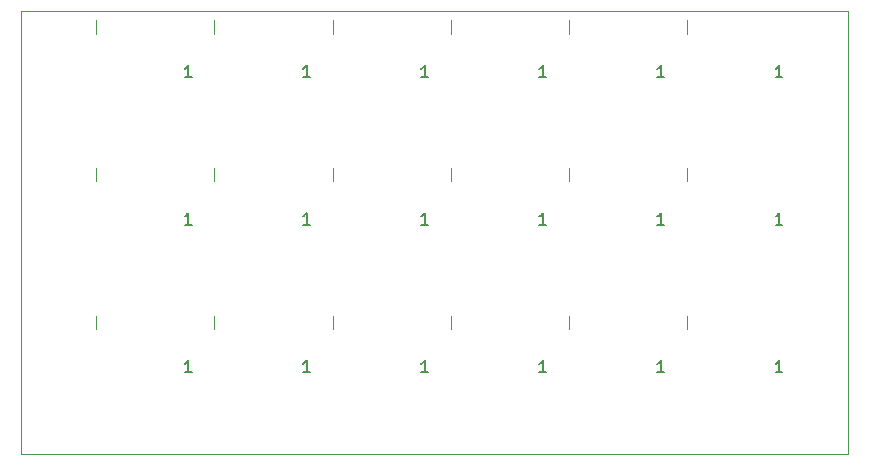
<source format=gbr>
G04 #@! TF.GenerationSoftware,KiCad,Pcbnew,5.1.10-88a1d61d58~90~ubuntu21.04.1*
G04 #@! TF.CreationDate,2021-10-15T10:06:39+02:00*
G04 #@! TF.ProjectId,IndicatorLeds,496e6469-6361-4746-9f72-4c6564732e6b,rev?*
G04 #@! TF.SameCoordinates,Original*
G04 #@! TF.FileFunction,Legend,Top*
G04 #@! TF.FilePolarity,Positive*
%FSLAX46Y46*%
G04 Gerber Fmt 4.6, Leading zero omitted, Abs format (unit mm)*
G04 Created by KiCad (PCBNEW 5.1.10-88a1d61d58~90~ubuntu21.04.1) date 2021-10-15 10:06:39*
%MOMM*%
%LPD*%
G01*
G04 APERTURE LIST*
G04 #@! TA.AperFunction,Profile*
%ADD10C,0.100000*%
G04 #@! TD*
%ADD11C,0.120000*%
%ADD12C,0.150000*%
G04 APERTURE END LIST*
D10*
X45000000Y-49999000D02*
X110000000Y-49999000D01*
X45000000Y-87501000D02*
X45000000Y-49999000D01*
X115001000Y-87501000D02*
X45000000Y-87501000D01*
X115001000Y-49999000D02*
X115001000Y-87501000D01*
X110000000Y-49999000D02*
X115001000Y-49999000D01*
D11*
G04 #@! TO.C,D1*
X101350026Y-75750011D02*
X101350026Y-76900011D01*
X91350021Y-75750011D02*
X91350021Y-76900011D01*
X81350016Y-75750011D02*
X81350016Y-76900011D01*
X71350011Y-75750011D02*
X71350011Y-76900011D01*
X61350006Y-75750011D02*
X61350006Y-76900011D01*
X51350001Y-75750011D02*
X51350001Y-76900011D01*
X101350026Y-63250006D02*
X101350026Y-64400006D01*
X91350021Y-63250006D02*
X91350021Y-64400006D01*
X81350016Y-63250006D02*
X81350016Y-64400006D01*
X71350011Y-63250006D02*
X71350011Y-64400006D01*
X61350006Y-63250006D02*
X61350006Y-64400006D01*
X51350001Y-63250006D02*
X51350001Y-64400006D01*
X101350026Y-50750001D02*
X101350026Y-51900001D01*
X91350021Y-50750001D02*
X91350021Y-51900001D01*
X81350016Y-50750001D02*
X81350016Y-51900001D01*
X71350011Y-50750001D02*
X71350011Y-51900001D01*
X61350006Y-50750001D02*
X61350006Y-51900001D01*
X51350001Y-50750001D02*
X51350001Y-51900001D01*
G04 #@! TD*
G04 #@! TO.C,D1*
D12*
X109435740Y-80552391D02*
X108864311Y-80552391D01*
X109150026Y-80552391D02*
X109150026Y-79552391D01*
X109054787Y-79695249D01*
X108959549Y-79790487D01*
X108864311Y-79838106D01*
X99435735Y-80552391D02*
X98864306Y-80552391D01*
X99150021Y-80552391D02*
X99150021Y-79552391D01*
X99054782Y-79695249D01*
X98959544Y-79790487D01*
X98864306Y-79838106D01*
X89435730Y-80552391D02*
X88864301Y-80552391D01*
X89150016Y-80552391D02*
X89150016Y-79552391D01*
X89054777Y-79695249D01*
X88959539Y-79790487D01*
X88864301Y-79838106D01*
X79435725Y-80552391D02*
X78864296Y-80552391D01*
X79150011Y-80552391D02*
X79150011Y-79552391D01*
X79054772Y-79695249D01*
X78959534Y-79790487D01*
X78864296Y-79838106D01*
X69435720Y-80552391D02*
X68864291Y-80552391D01*
X69150006Y-80552391D02*
X69150006Y-79552391D01*
X69054767Y-79695249D01*
X68959529Y-79790487D01*
X68864291Y-79838106D01*
X59435715Y-80552391D02*
X58864286Y-80552391D01*
X59150001Y-80552391D02*
X59150001Y-79552391D01*
X59054762Y-79695249D01*
X58959524Y-79790487D01*
X58864286Y-79838106D01*
X109435740Y-68052386D02*
X108864311Y-68052386D01*
X109150026Y-68052386D02*
X109150026Y-67052386D01*
X109054787Y-67195244D01*
X108959549Y-67290482D01*
X108864311Y-67338101D01*
X99435735Y-68052386D02*
X98864306Y-68052386D01*
X99150021Y-68052386D02*
X99150021Y-67052386D01*
X99054782Y-67195244D01*
X98959544Y-67290482D01*
X98864306Y-67338101D01*
X89435730Y-68052386D02*
X88864301Y-68052386D01*
X89150016Y-68052386D02*
X89150016Y-67052386D01*
X89054777Y-67195244D01*
X88959539Y-67290482D01*
X88864301Y-67338101D01*
X79435725Y-68052386D02*
X78864296Y-68052386D01*
X79150011Y-68052386D02*
X79150011Y-67052386D01*
X79054772Y-67195244D01*
X78959534Y-67290482D01*
X78864296Y-67338101D01*
X69435720Y-68052386D02*
X68864291Y-68052386D01*
X69150006Y-68052386D02*
X69150006Y-67052386D01*
X69054767Y-67195244D01*
X68959529Y-67290482D01*
X68864291Y-67338101D01*
X59435715Y-68052386D02*
X58864286Y-68052386D01*
X59150001Y-68052386D02*
X59150001Y-67052386D01*
X59054762Y-67195244D01*
X58959524Y-67290482D01*
X58864286Y-67338101D01*
X109435740Y-55552381D02*
X108864311Y-55552381D01*
X109150026Y-55552381D02*
X109150026Y-54552381D01*
X109054787Y-54695239D01*
X108959549Y-54790477D01*
X108864311Y-54838096D01*
X99435735Y-55552381D02*
X98864306Y-55552381D01*
X99150021Y-55552381D02*
X99150021Y-54552381D01*
X99054782Y-54695239D01*
X98959544Y-54790477D01*
X98864306Y-54838096D01*
X89435730Y-55552381D02*
X88864301Y-55552381D01*
X89150016Y-55552381D02*
X89150016Y-54552381D01*
X89054777Y-54695239D01*
X88959539Y-54790477D01*
X88864301Y-54838096D01*
X79435725Y-55552381D02*
X78864296Y-55552381D01*
X79150011Y-55552381D02*
X79150011Y-54552381D01*
X79054772Y-54695239D01*
X78959534Y-54790477D01*
X78864296Y-54838096D01*
X69435720Y-55552381D02*
X68864291Y-55552381D01*
X69150006Y-55552381D02*
X69150006Y-54552381D01*
X69054767Y-54695239D01*
X68959529Y-54790477D01*
X68864291Y-54838096D01*
X59435715Y-55552381D02*
X58864286Y-55552381D01*
X59150001Y-55552381D02*
X59150001Y-54552381D01*
X59054762Y-54695239D01*
X58959524Y-54790477D01*
X58864286Y-54838096D01*
G04 #@! TD*
M02*

</source>
